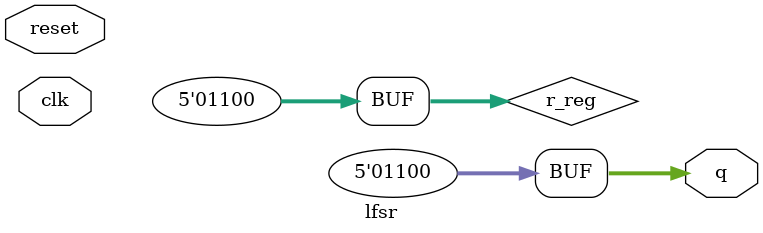
<source format=v>
module lfsr( 
    input clk,
    input reset,
    output [4:0] q
); 
reg [4:0] r_reg;
wire [4:0] r_next;
wire feedback_value;
// on reset set the value of r_reg to 1
// otherwise assign r_next to r_reg
// assign the xor of bit positions 2 and 4 of r_reg to feedback_value
// assign feedback value concatenated with 4 MSBs of r_reg to r_next
// assign r_reg to the output q
assign q = r_reg;
// define initial state
initial
begin
	r_reg <= 5'b01100;
end
// define next state
// define feedback value
// concatenate the values of bit positions 2 and 4 of r_reg to get the feedback_value
endmodule

</source>
